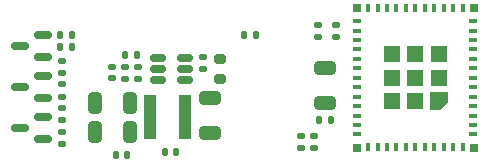
<source format=gbr>
%TF.GenerationSoftware,KiCad,Pcbnew,8.0.6*%
%TF.CreationDate,2024-11-27T12:45:58+01:00*%
%TF.ProjectId,Caffeinated-AFTONSPARV,43616666-6569-46e6-9174-65642d414654,rev?*%
%TF.SameCoordinates,Original*%
%TF.FileFunction,Paste,Bot*%
%TF.FilePolarity,Positive*%
%FSLAX46Y46*%
G04 Gerber Fmt 4.6, Leading zero omitted, Abs format (unit mm)*
G04 Created by KiCad (PCBNEW 8.0.6) date 2024-11-27 12:45:58*
%MOMM*%
%LPD*%
G01*
G04 APERTURE LIST*
G04 Aperture macros list*
%AMRoundRect*
0 Rectangle with rounded corners*
0 $1 Rounding radius*
0 $2 $3 $4 $5 $6 $7 $8 $9 X,Y pos of 4 corners*
0 Add a 4 corners polygon primitive as box body*
4,1,4,$2,$3,$4,$5,$6,$7,$8,$9,$2,$3,0*
0 Add four circle primitives for the rounded corners*
1,1,$1+$1,$2,$3*
1,1,$1+$1,$4,$5*
1,1,$1+$1,$6,$7*
1,1,$1+$1,$8,$9*
0 Add four rect primitives between the rounded corners*
20,1,$1+$1,$2,$3,$4,$5,0*
20,1,$1+$1,$4,$5,$6,$7,0*
20,1,$1+$1,$6,$7,$8,$9,0*
20,1,$1+$1,$8,$9,$2,$3,0*%
%AMFreePoly0*
4,1,6,0.725000,-0.725000,-0.125000,-0.725000,-0.725000,-0.125000,-0.725000,0.725000,0.725000,0.725000,0.725000,-0.725000,0.725000,-0.725000,$1*%
G04 Aperture macros list end*
%ADD10RoundRect,0.250000X0.325000X0.650000X-0.325000X0.650000X-0.325000X-0.650000X0.325000X-0.650000X0*%
%ADD11RoundRect,0.150000X0.587500X0.150000X-0.587500X0.150000X-0.587500X-0.150000X0.587500X-0.150000X0*%
%ADD12RoundRect,0.135000X-0.185000X0.135000X-0.185000X-0.135000X0.185000X-0.135000X0.185000X0.135000X0*%
%ADD13RoundRect,0.140000X-0.170000X0.140000X-0.170000X-0.140000X0.170000X-0.140000X0.170000X0.140000X0*%
%ADD14RoundRect,0.135000X-0.135000X-0.185000X0.135000X-0.185000X0.135000X0.185000X-0.135000X0.185000X0*%
%ADD15R,0.400000X0.800000*%
%ADD16R,0.800000X0.400000*%
%ADD17R,1.450000X1.450000*%
%ADD18FreePoly0,90.000000*%
%ADD19R,0.700000X0.700000*%
%ADD20RoundRect,0.250000X0.650000X-0.325000X0.650000X0.325000X-0.650000X0.325000X-0.650000X-0.325000X0*%
%ADD21RoundRect,0.140000X-0.140000X-0.170000X0.140000X-0.170000X0.140000X0.170000X-0.140000X0.170000X0*%
%ADD22RoundRect,0.135000X0.135000X0.185000X-0.135000X0.185000X-0.135000X-0.185000X0.135000X-0.185000X0*%
%ADD23RoundRect,0.200000X-0.275000X0.200000X-0.275000X-0.200000X0.275000X-0.200000X0.275000X0.200000X0*%
%ADD24R,1.100000X3.700000*%
%ADD25RoundRect,0.135000X0.185000X-0.135000X0.185000X0.135000X-0.185000X0.135000X-0.185000X-0.135000X0*%
%ADD26RoundRect,0.140000X0.140000X0.170000X-0.140000X0.170000X-0.140000X-0.170000X0.140000X-0.170000X0*%
%ADD27RoundRect,0.250000X-0.650000X0.325000X-0.650000X-0.325000X0.650000X-0.325000X0.650000X0.325000X0*%
%ADD28RoundRect,0.150000X-0.512500X-0.150000X0.512500X-0.150000X0.512500X0.150000X-0.512500X0.150000X0*%
G04 APERTURE END LIST*
D10*
%TO.C,C9*%
X11225000Y5925000D03*
X8275000Y5925000D03*
%TD*%
D11*
%TO.C,Q2*%
X3837500Y8250000D03*
X3837500Y6350000D03*
X1962500Y7300000D03*
%TD*%
D12*
%TO.C,R7*%
X26850000Y3135000D03*
X26850000Y2115000D03*
%TD*%
D13*
%TO.C,C5*%
X9750000Y9005000D03*
X9750000Y8045000D03*
%TD*%
D14*
%TO.C,R13*%
X10840000Y10025000D03*
X11860000Y10025000D03*
%TD*%
D15*
%TO.C,U1*%
X39400000Y2200000D03*
X38600000Y2200000D03*
X37800000Y2200000D03*
X37000000Y2200000D03*
X36200000Y2200000D03*
X35400000Y2200000D03*
X34600000Y2200000D03*
X33800000Y2200000D03*
X33000000Y2200000D03*
X32200000Y2200000D03*
X31400000Y2200000D03*
D16*
X30500000Y3300000D03*
X30500000Y4100000D03*
X30500000Y4900000D03*
X30500000Y5700000D03*
X30500000Y6500000D03*
X30500000Y7300000D03*
X30500000Y8100000D03*
X30500000Y8900000D03*
X30500000Y9700000D03*
X30500000Y10500000D03*
X30500000Y11300000D03*
X30500000Y12100000D03*
X30500000Y12900000D03*
D15*
X31400000Y14000000D03*
X32200000Y14000000D03*
X33000000Y14000000D03*
X33800000Y14000000D03*
X34600000Y14000000D03*
X35400000Y14000000D03*
X36200000Y14000000D03*
X37000000Y14000000D03*
X37800000Y14000000D03*
X38600000Y14000000D03*
X39400000Y14000000D03*
D16*
X40300000Y12900000D03*
X40300000Y12100000D03*
X40300000Y11300000D03*
X40300000Y10500000D03*
X40300000Y9700000D03*
X40300000Y8900000D03*
X40300000Y8100000D03*
X40300000Y7300000D03*
X40300000Y6500000D03*
X40300000Y5700000D03*
X40300000Y4900000D03*
X40300000Y4100000D03*
X40300000Y3300000D03*
D17*
X33425000Y6125000D03*
X35400000Y6125000D03*
D18*
X37375000Y6125000D03*
D17*
X33425000Y8100000D03*
X35400000Y8100000D03*
X37375000Y8100000D03*
X33425000Y10075000D03*
X35400000Y10075000D03*
X37375000Y10075000D03*
D19*
X40350000Y14050000D03*
X30450000Y14050000D03*
X30450000Y2150000D03*
X40350000Y2150000D03*
%TD*%
D12*
%TO.C,R8*%
X27200000Y12610000D03*
X27200000Y11590000D03*
%TD*%
%TO.C,R3*%
X5450000Y3535000D03*
X5450000Y2515000D03*
%TD*%
D20*
%TO.C,C6*%
X27750000Y5950000D03*
X27750000Y8900000D03*
%TD*%
D12*
%TO.C,R9*%
X28700000Y12610000D03*
X28700000Y11590000D03*
%TD*%
D21*
%TO.C,C7*%
X27270000Y4525000D03*
X28230000Y4525000D03*
%TD*%
D22*
%TO.C,R5*%
X6360000Y11725000D03*
X5340000Y11725000D03*
%TD*%
D23*
%TO.C,R11*%
X18850000Y9650000D03*
X18850000Y8000000D03*
%TD*%
D12*
%TO.C,R2*%
X5450000Y7535000D03*
X5450000Y6515000D03*
%TD*%
D22*
%TO.C,R1*%
X6360000Y10725000D03*
X5340000Y10725000D03*
%TD*%
D24*
%TO.C,L1*%
X15925000Y4800000D03*
X12925000Y4800000D03*
%TD*%
D25*
%TO.C,R14*%
X17450000Y8815000D03*
X17450000Y9835000D03*
%TD*%
D26*
%TO.C,C4*%
X15180000Y1800000D03*
X14220000Y1800000D03*
%TD*%
D25*
%TO.C,R4*%
X5450000Y8515000D03*
X5450000Y9535000D03*
%TD*%
D27*
%TO.C,C3*%
X18050000Y6400000D03*
X18050000Y3450000D03*
%TD*%
D11*
%TO.C,Q3*%
X3837500Y11750000D03*
X3837500Y9850000D03*
X1962500Y10800000D03*
%TD*%
D12*
%TO.C,R10*%
X25750000Y3135000D03*
X25750000Y2115000D03*
%TD*%
D21*
%TO.C,C1*%
X20920000Y11750000D03*
X21880000Y11750000D03*
%TD*%
D25*
%TO.C,R6*%
X5450000Y4515000D03*
X5450000Y5535000D03*
%TD*%
D11*
%TO.C,Q1*%
X3837500Y4800000D03*
X3837500Y2900000D03*
X1962500Y3850000D03*
%TD*%
D10*
%TO.C,C10*%
X11225000Y3525000D03*
X8275000Y3525000D03*
%TD*%
D28*
%TO.C,U2*%
X13637500Y7900000D03*
X13637500Y8850000D03*
X13637500Y9800000D03*
X15912500Y9800000D03*
X15912500Y8850000D03*
X15912500Y7900000D03*
%TD*%
D12*
%TO.C,R15*%
X11950000Y9035000D03*
X11950000Y8015000D03*
%TD*%
D25*
%TO.C,R12*%
X10850000Y8015000D03*
X10850000Y9035000D03*
%TD*%
D26*
%TO.C,C11*%
X11030000Y1525000D03*
X10070000Y1525000D03*
%TD*%
M02*

</source>
